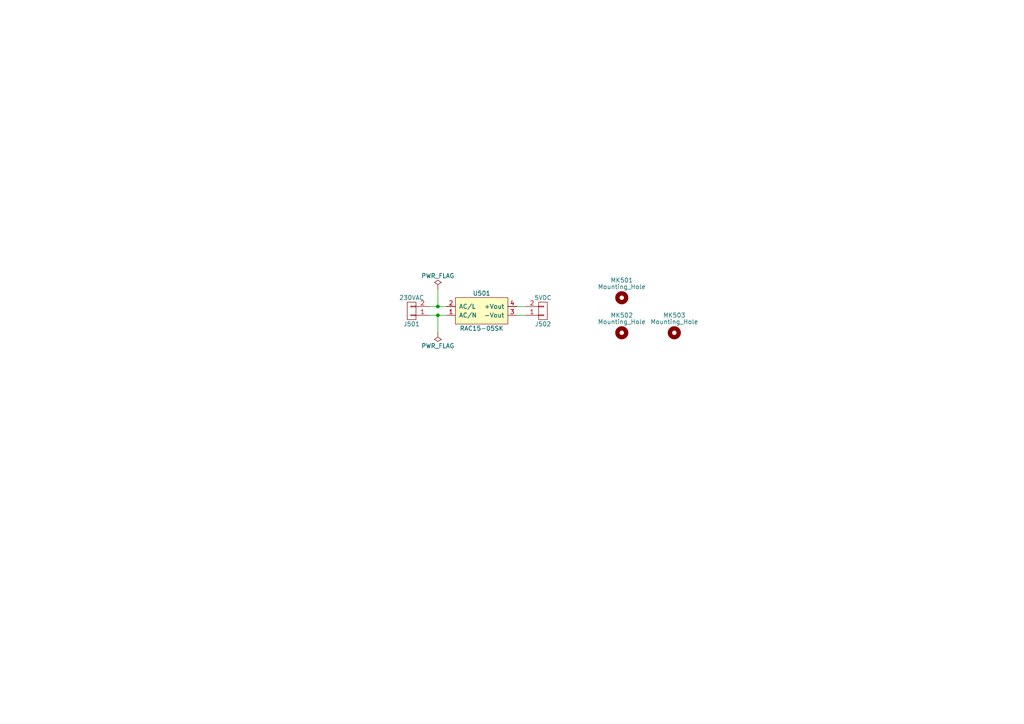
<source format=kicad_sch>
(kicad_sch (version 20211123) (generator eeschema)
  (paper "A4")
  (title_block (title "Pédale Vite v2 — Auxiliary boards") (date "2019-10-22") (company "Laurent DE SORAS"))
  (lib_symbols
    (symbol "ac-dc:IRM-02-5" (pin_names (offset 1.016))
      (property "Reference" "U" (at 10.16 6.35 0))
      (property "Value" "ac-dc_IRM-02-5" (at 10.16 -3.81 0))
      (symbol "IRM-02-5_0_1"
        (rectangle (start 2.54 5.08) (end 17.78 -2.54) (fill (type background)))
      )
      (symbol "IRM-02-5_1_1"
        (pin power_in line (at 0 0 0) (length 2.54) (name "AC/N") (number "1"))
        (pin power_in line (at 0 2.54 0) (length 2.54) (name "AC/L") (number "2"))
        (pin power_out line (at 20.32 0 180) (length 2.54) (name "-Vout") (number "3"))
        (pin power_out line (at 20.32 2.54 180) (length 2.54) (name "+Vout") (number "4"))
      )
    )
    (symbol "conn:CONN_01X02" (pin_names (offset 1.016) hide)
      (property "Reference" "J" (at 0 3.81 0))
      (property "Value" "conn_CONN_01X02" (at 2.54 0 90))
      (symbol "CONN_01X02_0_1"
        (rectangle (start -1.27 -1.143) (end 0.254 -1.397))
        (rectangle (start -1.27 1.397) (end 0.254 1.143))
        (rectangle (start -1.27 2.54) (end 1.27 -2.54))
      )
      (symbol "CONN_01X02_1_1"
        (pin passive line (at -5.08 1.27 0) (length 3.81) (name "P1") (number "1"))
        (pin passive line (at -5.08 -1.27 0) (length 3.81) (name "P2") (number "2"))
      )
    )
    (symbol "misc-boards-rescue:Mounting_Hole" (pin_names (offset 1.016))
      (property "Reference" "MK" (at 0 5.08 0))
      (property "Value" "Mounting_Hole" (at 0 3.175 0))
      (symbol "Mounting_Hole_0_1"
        (circle (center 0 0) (radius 1.27) (stroke (width 1.27)))
      )
    )
    (symbol "power:PWR_FLAG" (power) (pin_numbers hide) (pin_names (offset 0) hide)
      (property "Value" "PWR_FLAG" (at 0 3.81 0))
      (symbol "PWR_FLAG_0_0"
        (pin power_out line (at 0 0 90) (length 0) (name "pwr") (number "1"))
      )
      (symbol "PWR_FLAG_0_1"
        (polyline (pts (xy 0 0) (xy 0 1.27) (xy -1.016 1.905) (xy 0 2.54) (xy 1.016 1.905) (xy 0 1.27)))
      )
    )
  )
  (junction (at 127 91.44))
  (junction (at 127 88.9))
  (wire (pts (xy 124.46 88.9) (xy 127 88.9)))
  (wire (pts (xy 149.86 91.44) (xy 152.4 91.44)))
  (wire (pts (xy 127 96.52) (xy 127 91.44)))
  (wire (pts (xy 127 91.44) (xy 129.54 91.44)))
  (wire (pts (xy 127 83.82) (xy 127 88.9)))
  (wire (pts (xy 127 88.9) (xy 129.54 88.9)))
  (wire (pts (xy 149.86 88.9) (xy 152.4 88.9)))
  (wire (pts (xy 124.46 91.44) (xy 127 91.44)))
  (symbol (lib_id "conn:CONN_01X02") (at 157.48 90.17 0) (mirror x) (unit 1)
    (property "Reference" "J502" (at 157.48 93.98 0))
    (property "Value" "5VDC" (at 157.48 86.36 0))
    (property "Footprint" "Connectors_Terminal_Blocks:TerminalBlock_Altech_AK300-2_P5.00mm" (effects hide))
  )
  (symbol (lib_id "conn:CONN_01X02") (at 119.38 90.17 180) (unit 1)
    (property "Reference" "J501" (at 119.38 93.98 0))
    (property "Value" "230VAC" (at 119.38 86.36 0))
    (property "Footprint" "Connectors_Terminal_Blocks:TerminalBlock_Altech_AK300-2_P5.00mm" (effects hide))
  )
  (symbol (lib_id "power:PWR_FLAG") (at 127 83.82 0) (unit 1)
    (property "Reference" "#FLG01" (effects hide))
    (property "Value" "PWR_FLAG" (at 127 80.01 0))
  )
  (symbol (lib_id "power:PWR_FLAG") (at 127 96.52 180) (unit 1)
    (property "Reference" "#FLG02" (effects hide))
    (property "Value" "PWR_FLAG" (at 127 100.33 0))
  )
  (symbol (lib_id "misc-boards-rescue:Mounting_Hole") (at 180.34 86.36 0)
    (property "Reference" "MK501" (at 180.34 81.28 0))
    (property "Value" "Mounting_Hole" (at 180.34 83.185 0))
    (property "Footprint" "Mounting_Holes:MountingHole_3.2mm_M3" (effects hide))
  )
  (symbol (lib_id "misc-boards-rescue:Mounting_Hole") (at 180.34 96.52 0)
    (property "Reference" "MK502" (at 180.34 91.44 0))
    (property "Value" "Mounting_Hole" (at 180.34 93.345 0))
    (property "Footprint" "Mounting_Holes:MountingHole_3.2mm_M3" (effects hide))
  )
  (symbol (lib_id "misc-boards-rescue:Mounting_Hole") (at 195.58 96.52 0)
    (property "Reference" "MK503" (at 195.58 91.44 0))
    (property "Value" "Mounting_Hole" (at 195.58 93.345 0))
    (property "Footprint" "Mounting_Holes:MountingHole_3.2mm_M3" (effects hide))
  )
  (symbol (lib_id "ac-dc:IRM-02-5") (at 129.54 91.44 0) (unit 1)
    (property "Reference" "U501" (at 139.7 85.09 0))
    (property "Value" "RAC15-05SK" (at 139.7 95.25 0))
    (property "Footprint" "pedale-vite:Converter_ACDC_RECOM_RAC15-xxSK_THT" (effects hide))
  )
)
</source>
